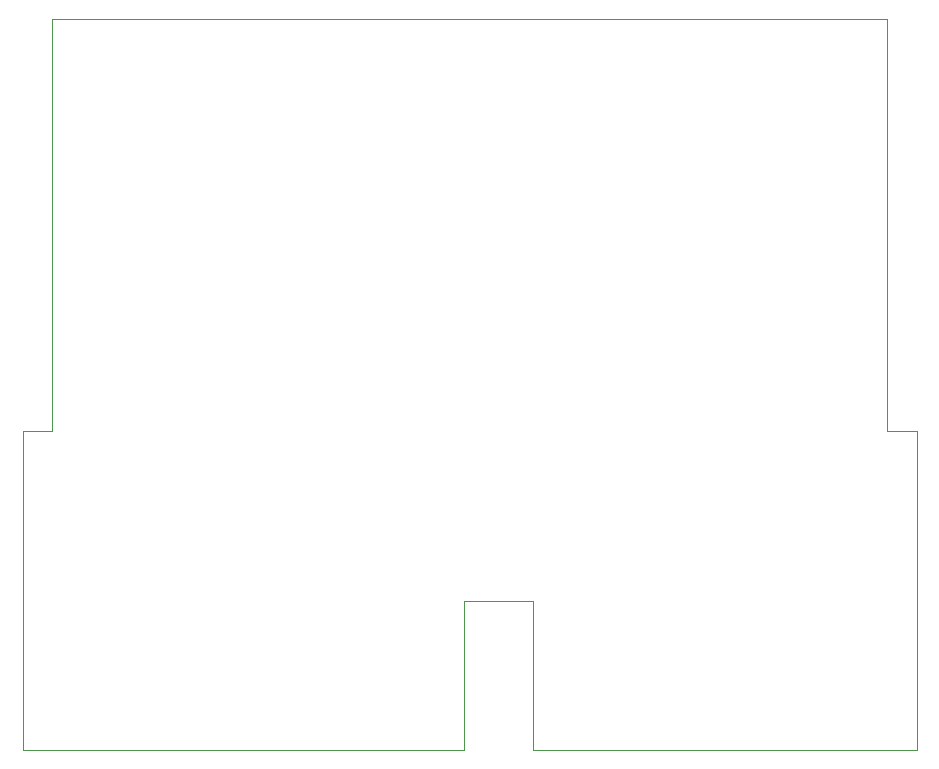
<source format=gbr>
%TF.GenerationSoftware,KiCad,Pcbnew,(6.0.2)*%
%TF.CreationDate,2022-05-14T16:30:45-05:00*%
%TF.ProjectId,REF1156 Mod 1110,52454631-3135-4362-904d-6f6420313131,rev?*%
%TF.SameCoordinates,Original*%
%TF.FileFunction,Profile,NP*%
%FSLAX46Y46*%
G04 Gerber Fmt 4.6, Leading zero omitted, Abs format (unit mm)*
G04 Created by KiCad (PCBNEW (6.0.2)) date 2022-05-14 16:30:45*
%MOMM*%
%LPD*%
G01*
G04 APERTURE LIST*
%TA.AperFunction,Profile*%
%ADD10C,0.100000*%
%TD*%
%TA.AperFunction,Profile*%
%ADD11C,0.002000*%
%TD*%
G04 APERTURE END LIST*
D10*
X111116000Y-108562000D02*
X108616000Y-108562000D01*
D11*
X184276000Y-108561000D02*
X184275800Y-135582000D01*
D10*
X145974000Y-123005500D02*
X145976000Y-135605500D01*
X181775000Y-108563000D02*
X184276000Y-108561000D01*
X184275800Y-135582000D02*
X151761000Y-135590000D01*
D11*
X108615800Y-135582000D02*
X108616000Y-108562000D01*
D10*
X181775000Y-108212000D02*
X181775000Y-108563000D01*
X151774000Y-122990000D02*
X151761000Y-135590000D01*
X111116000Y-73712000D02*
X111116000Y-108562000D01*
X181775000Y-73712000D02*
X181774000Y-108212000D01*
D11*
X111116000Y-73712000D02*
X181775000Y-73712000D01*
D10*
X108617000Y-135584000D02*
X145976000Y-135605500D01*
X145974000Y-123005500D02*
X151774000Y-123006500D01*
M02*

</source>
